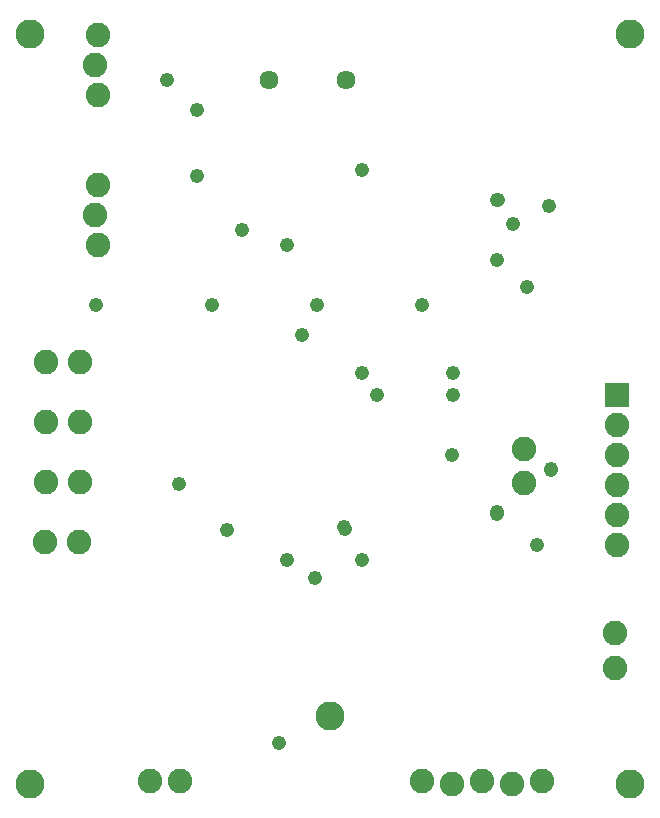
<source format=gbs>
G75*
G70*
%OFA0B0*%
%FSLAX24Y24*%
%IPPOS*%
%LPD*%
%AMOC8*
5,1,8,0,0,1.08239X$1,22.5*
%
%ADD10C,0.0970*%
%ADD11C,0.0634*%
%ADD12C,0.0820*%
%ADD13R,0.0820X0.0820*%
%ADD14C,0.0476*%
D10*
X001350Y001350D03*
X011350Y003600D03*
X021350Y001350D03*
X021350Y026350D03*
X001350Y026350D03*
D11*
X009320Y024800D03*
X011880Y024800D03*
D12*
X003600Y024300D03*
X003500Y025300D03*
X003600Y026300D03*
X003600Y021300D03*
X003500Y020300D03*
X003600Y019300D03*
X003020Y015400D03*
X001880Y015400D03*
X001880Y013400D03*
X003020Y013400D03*
X003020Y011400D03*
X001880Y011400D03*
X001830Y009400D03*
X002970Y009400D03*
X005350Y001450D03*
X006350Y001450D03*
X014400Y001450D03*
X015400Y001350D03*
X016400Y001450D03*
X017400Y001350D03*
X018400Y001450D03*
X020850Y005230D03*
X020850Y006370D03*
X020900Y009300D03*
X020900Y010300D03*
X020900Y011300D03*
X020900Y012300D03*
X020900Y013300D03*
X017800Y012520D03*
X017800Y011380D03*
D13*
X020900Y014300D03*
D14*
X018700Y011850D03*
X018700Y011800D03*
X016900Y010400D03*
X016900Y010350D03*
X018250Y009300D03*
X015400Y012300D03*
X015450Y014300D03*
X015450Y015050D03*
X014400Y017300D03*
X012400Y015050D03*
X012900Y014300D03*
X010400Y016300D03*
X010900Y017300D03*
X009900Y019300D03*
X008400Y019800D03*
X006900Y021600D03*
X006900Y023800D03*
X005900Y024800D03*
X007400Y017300D03*
X003550Y017300D03*
X006300Y011350D03*
X007900Y009800D03*
X009900Y008800D03*
X010850Y008200D03*
X011850Y009850D03*
X011800Y009900D03*
X012400Y008800D03*
X009650Y002700D03*
X017900Y017900D03*
X016900Y018800D03*
X017450Y020000D03*
X016950Y020800D03*
X016900Y020800D03*
X018650Y020600D03*
X012400Y021800D03*
M02*

</source>
